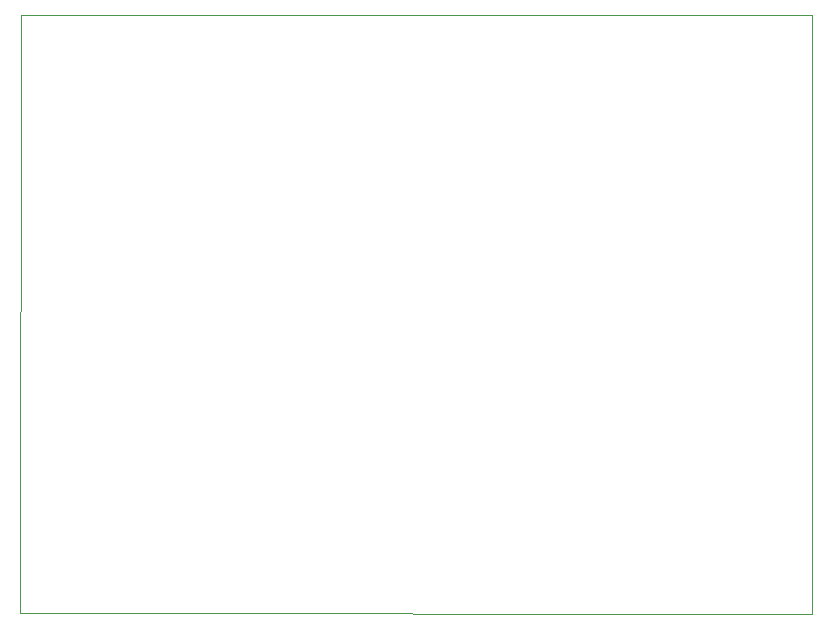
<source format=gbr>
%TF.GenerationSoftware,KiCad,Pcbnew,(5.1.9)-1*%
%TF.CreationDate,2021-10-15T13:48:39-04:00*%
%TF.ProjectId,ECE477_motorcontroller,45434534-3737-45f6-9d6f-746f72636f6e,rev?*%
%TF.SameCoordinates,Original*%
%TF.FileFunction,Profile,NP*%
%FSLAX46Y46*%
G04 Gerber Fmt 4.6, Leading zero omitted, Abs format (unit mm)*
G04 Created by KiCad (PCBNEW (5.1.9)-1) date 2021-10-15 13:48:39*
%MOMM*%
%LPD*%
G01*
G04 APERTURE LIST*
%TA.AperFunction,Profile*%
%ADD10C,0.050000*%
%TD*%
G04 APERTURE END LIST*
D10*
X103650000Y-89000000D02*
X103700000Y-38400000D01*
X170700000Y-89100000D02*
X103650000Y-89000000D01*
X170700000Y-38400000D02*
X170700000Y-89100000D01*
X103700000Y-38400000D02*
X170700000Y-38400000D01*
M02*

</source>
